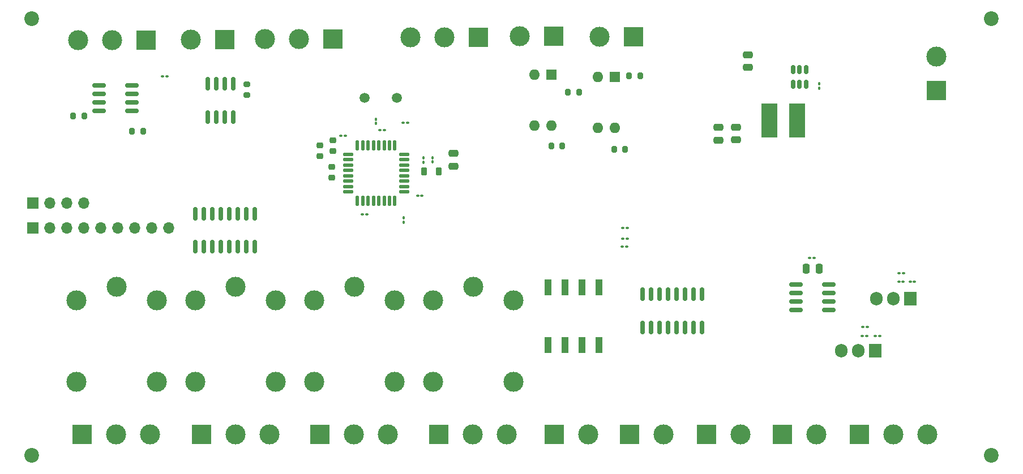
<source format=gbr>
%TF.GenerationSoftware,KiCad,Pcbnew,(6.0.6)*%
%TF.CreationDate,2022-07-22T23:00:37-04:00*%
%TF.ProjectId,Proyecto,50726f79-6563-4746-9f2e-6b696361645f,rev?*%
%TF.SameCoordinates,Original*%
%TF.FileFunction,Soldermask,Top*%
%TF.FilePolarity,Negative*%
%FSLAX46Y46*%
G04 Gerber Fmt 4.6, Leading zero omitted, Abs format (unit mm)*
G04 Created by KiCad (PCBNEW (6.0.6)) date 2022-07-22 23:00:37*
%MOMM*%
%LPD*%
G01*
G04 APERTURE LIST*
G04 Aperture macros list*
%AMRoundRect*
0 Rectangle with rounded corners*
0 $1 Rounding radius*
0 $2 $3 $4 $5 $6 $7 $8 $9 X,Y pos of 4 corners*
0 Add a 4 corners polygon primitive as box body*
4,1,4,$2,$3,$4,$5,$6,$7,$8,$9,$2,$3,0*
0 Add four circle primitives for the rounded corners*
1,1,$1+$1,$2,$3*
1,1,$1+$1,$4,$5*
1,1,$1+$1,$6,$7*
1,1,$1+$1,$8,$9*
0 Add four rect primitives between the rounded corners*
20,1,$1+$1,$2,$3,$4,$5,0*
20,1,$1+$1,$4,$5,$6,$7,0*
20,1,$1+$1,$6,$7,$8,$9,0*
20,1,$1+$1,$8,$9,$2,$3,0*%
G04 Aperture macros list end*
%ADD10R,3.000000X3.000000*%
%ADD11C,3.000000*%
%ADD12R,1.905000X2.000000*%
%ADD13O,1.905000X2.000000*%
%ADD14RoundRect,0.100000X0.130000X0.100000X-0.130000X0.100000X-0.130000X-0.100000X0.130000X-0.100000X0*%
%ADD15R,1.700000X1.700000*%
%ADD16O,1.700000X1.700000*%
%ADD17RoundRect,0.150000X0.825000X0.150000X-0.825000X0.150000X-0.825000X-0.150000X0.825000X-0.150000X0*%
%ADD18RoundRect,0.150000X-0.150000X0.825000X-0.150000X-0.825000X0.150000X-0.825000X0.150000X0.825000X0*%
%ADD19R,1.120000X2.440000*%
%ADD20RoundRect,0.100000X-0.130000X-0.100000X0.130000X-0.100000X0.130000X0.100000X-0.130000X0.100000X0*%
%ADD21RoundRect,0.225000X0.250000X-0.225000X0.250000X0.225000X-0.250000X0.225000X-0.250000X-0.225000X0*%
%ADD22RoundRect,0.150000X-0.150000X0.512500X-0.150000X-0.512500X0.150000X-0.512500X0.150000X0.512500X0*%
%ADD23RoundRect,0.100000X-0.100000X0.130000X-0.100000X-0.130000X0.100000X-0.130000X0.100000X0.130000X0*%
%ADD24C,2.200000*%
%ADD25RoundRect,0.200000X-0.200000X-0.275000X0.200000X-0.275000X0.200000X0.275000X-0.200000X0.275000X0*%
%ADD26RoundRect,0.218750X0.218750X0.381250X-0.218750X0.381250X-0.218750X-0.381250X0.218750X-0.381250X0*%
%ADD27R,2.350000X5.100000*%
%ADD28RoundRect,0.250000X-0.475000X0.250000X-0.475000X-0.250000X0.475000X-0.250000X0.475000X0.250000X0*%
%ADD29RoundRect,0.200000X0.200000X0.275000X-0.200000X0.275000X-0.200000X-0.275000X0.200000X-0.275000X0*%
%ADD30RoundRect,0.125000X-0.625000X-0.125000X0.625000X-0.125000X0.625000X0.125000X-0.625000X0.125000X0*%
%ADD31RoundRect,0.125000X-0.125000X-0.625000X0.125000X-0.625000X0.125000X0.625000X-0.125000X0.625000X0*%
%ADD32C,1.500000*%
%ADD33RoundRect,0.100000X0.100000X-0.130000X0.100000X0.130000X-0.100000X0.130000X-0.100000X-0.130000X0*%
%ADD34RoundRect,0.250000X0.475000X-0.250000X0.475000X0.250000X-0.475000X0.250000X-0.475000X-0.250000X0*%
%ADD35R,1.600000X1.600000*%
%ADD36O,1.600000X1.600000*%
%ADD37RoundRect,0.200000X-0.275000X0.200000X-0.275000X-0.200000X0.275000X-0.200000X0.275000X0.200000X0*%
%ADD38RoundRect,0.225000X-0.250000X0.225000X-0.250000X-0.225000X0.250000X-0.225000X0.250000X0.225000X0*%
%ADD39RoundRect,0.250000X-0.250000X-0.475000X0.250000X-0.475000X0.250000X0.475000X-0.250000X0.475000X0*%
%ADD40RoundRect,0.150000X-0.825000X-0.150000X0.825000X-0.150000X0.825000X0.150000X-0.825000X0.150000X0*%
G04 APERTURE END LIST*
D10*
%TO.C,J3*%
X201776382Y-110475000D03*
D11*
X206856382Y-110475000D03*
X211936382Y-110475000D03*
%TD*%
D12*
%TO.C,Q1*%
X204156382Y-97950000D03*
D13*
X201616382Y-97950000D03*
X199076382Y-97950000D03*
%TD*%
D10*
%TO.C,J4*%
X138876382Y-110425000D03*
D11*
X143956382Y-110425000D03*
X149036382Y-110425000D03*
%TD*%
D14*
%TO.C,R11*%
X124926382Y-65750000D03*
X124286382Y-65750000D03*
%TD*%
D15*
%TO.C,J13*%
X78206382Y-75825000D03*
D16*
X80746382Y-75825000D03*
X83286382Y-75825000D03*
X85826382Y-75825000D03*
%TD*%
D17*
%TO.C,U7*%
X93006382Y-62030000D03*
X93006382Y-60760000D03*
X93006382Y-59490000D03*
X93006382Y-58220000D03*
X88056382Y-58220000D03*
X88056382Y-59490000D03*
X88056382Y-60760000D03*
X88056382Y-62030000D03*
%TD*%
D18*
%TO.C,U1*%
X111401382Y-77400000D03*
X110131382Y-77400000D03*
X108861382Y-77400000D03*
X107591382Y-77400000D03*
X106321382Y-77400000D03*
X105051382Y-77400000D03*
X103781382Y-77400000D03*
X102511382Y-77400000D03*
X102511382Y-82350000D03*
X103781382Y-82350000D03*
X105051382Y-82350000D03*
X106321382Y-82350000D03*
X107591382Y-82350000D03*
X108861382Y-82350000D03*
X110131382Y-82350000D03*
X111401382Y-82350000D03*
%TD*%
D19*
%TO.C,SW1*%
X155271382Y-97060000D03*
X157811382Y-97060000D03*
X160351382Y-97060000D03*
X162891382Y-97060000D03*
X162891382Y-88450000D03*
X160351382Y-88450000D03*
X157811382Y-88450000D03*
X155271382Y-88450000D03*
%TD*%
D20*
%TO.C,R16*%
X202336382Y-94325000D03*
X202976382Y-94325000D03*
%TD*%
D10*
%TO.C,J5*%
X123081382Y-51250000D03*
D11*
X118001382Y-51250000D03*
X112921382Y-51250000D03*
%TD*%
D21*
%TO.C,C6*%
X121081382Y-68750000D03*
X121081382Y-67200000D03*
%TD*%
D20*
%TO.C,R14*%
X207711382Y-87550000D03*
X208351382Y-87550000D03*
%TD*%
D14*
%TO.C,R12*%
X167051382Y-81150000D03*
X166411382Y-81150000D03*
%TD*%
%TO.C,R10*%
X128126382Y-77500000D03*
X127486382Y-77500000D03*
%TD*%
D22*
%TO.C,U3*%
X193816382Y-55787500D03*
X192866382Y-55787500D03*
X191916382Y-55787500D03*
X191916382Y-58062500D03*
X192866382Y-58062500D03*
X193816382Y-58062500D03*
%TD*%
D10*
%TO.C,J15*%
X156166382Y-110425000D03*
D11*
X161246382Y-110425000D03*
%TD*%
D10*
%TO.C,J2*%
X85551382Y-110475000D03*
D11*
X90631382Y-110475000D03*
X95711382Y-110475000D03*
%TD*%
D10*
%TO.C,J9*%
X95156382Y-51425000D03*
D11*
X90076382Y-51425000D03*
X84996382Y-51425000D03*
%TD*%
D23*
%TO.C,C15*%
X133631382Y-78030000D03*
X133631382Y-78670000D03*
%TD*%
D24*
%TO.C,HOLE3*%
X221531382Y-113575000D03*
%TD*%
D25*
%TO.C,R6*%
X158206382Y-59225000D03*
X159856382Y-59225000D03*
%TD*%
D26*
%TO.C,L2*%
X138858882Y-71085000D03*
X136733882Y-71085000D03*
%TD*%
D14*
%TO.C,C8*%
X134201382Y-63800000D03*
X133561382Y-63800000D03*
%TD*%
D10*
%TO.C,J7*%
X103401382Y-110425000D03*
D11*
X108481382Y-110425000D03*
X113561382Y-110425000D03*
%TD*%
D12*
%TO.C,Q2*%
X209446382Y-90105000D03*
D13*
X206906382Y-90105000D03*
X204366382Y-90105000D03*
%TD*%
D11*
%TO.C,K2*%
X144061382Y-88380000D03*
X150061382Y-102580000D03*
X138061382Y-102580000D03*
X138061382Y-90380000D03*
X150061382Y-90380000D03*
%TD*%
D27*
%TO.C,L1*%
X192491382Y-63410000D03*
X188341382Y-63410000D03*
%TD*%
D11*
%TO.C,K3*%
X126281382Y-88380000D03*
X132281382Y-102580000D03*
X120281382Y-102580000D03*
X120281382Y-90380000D03*
X132281382Y-90380000D03*
%TD*%
D10*
%TO.C,J16*%
X168046382Y-50900000D03*
D11*
X162966382Y-50900000D03*
%TD*%
%TO.C,K4*%
X108501382Y-88380000D03*
X114501382Y-102580000D03*
X102501382Y-102580000D03*
X102501382Y-90380000D03*
X114501382Y-90380000D03*
%TD*%
D24*
%TO.C,HOLE3*%
X78021382Y-113575000D03*
%TD*%
%TO.C,HOLE3*%
X221531382Y-48170000D03*
%TD*%
D10*
%TO.C,J17*%
X156056382Y-50850000D03*
D11*
X150976382Y-50850000D03*
%TD*%
D20*
%TO.C,R8*%
X130086382Y-64850000D03*
X130726382Y-64850000D03*
%TD*%
D28*
%TO.C,C5*%
X180756382Y-64475000D03*
X180756382Y-66375000D03*
%TD*%
%TO.C,C4*%
X183356382Y-64465000D03*
X183356382Y-66365000D03*
%TD*%
D10*
%TO.C,J14*%
X167466382Y-110475000D03*
D11*
X172546382Y-110475000D03*
%TD*%
D18*
%TO.C,U6*%
X108161382Y-57950000D03*
X106891382Y-57950000D03*
X105621382Y-57950000D03*
X104351382Y-57950000D03*
X104351382Y-62900000D03*
X105621382Y-62900000D03*
X106891382Y-62900000D03*
X108161382Y-62900000D03*
%TD*%
D23*
%TO.C,C10*%
X137996382Y-69015000D03*
X137996382Y-69655000D03*
%TD*%
D29*
%TO.C,R4*%
X157356382Y-67250000D03*
X155706382Y-67250000D03*
%TD*%
D24*
%TO.C,HOLE3*%
X78021382Y-48170000D03*
%TD*%
D10*
%TO.C,J11*%
X190291382Y-110425000D03*
D11*
X195371382Y-110425000D03*
%TD*%
D23*
%TO.C,C11*%
X136596382Y-69040000D03*
X136596382Y-69680000D03*
%TD*%
D30*
%TO.C,IC1*%
X125356382Y-68525000D03*
X125356382Y-69325000D03*
X125356382Y-70125000D03*
X125356382Y-70925000D03*
X125356382Y-71725000D03*
X125356382Y-72525000D03*
X125356382Y-73325000D03*
X125356382Y-74125000D03*
D31*
X126731382Y-75500000D03*
X127531382Y-75500000D03*
X128331382Y-75500000D03*
X129131382Y-75500000D03*
X129931382Y-75500000D03*
X130731382Y-75500000D03*
X131531382Y-75500000D03*
X132331382Y-75500000D03*
D30*
X133706382Y-74125000D03*
X133706382Y-73325000D03*
X133706382Y-72525000D03*
X133706382Y-71725000D03*
X133706382Y-70925000D03*
X133706382Y-70125000D03*
X133706382Y-69325000D03*
X133706382Y-68525000D03*
D31*
X132331382Y-67150000D03*
X131531382Y-67150000D03*
X130731382Y-67150000D03*
X129931382Y-67150000D03*
X129131382Y-67150000D03*
X128331382Y-67150000D03*
X127531382Y-67150000D03*
X126731382Y-67150000D03*
%TD*%
D14*
%TO.C,R20*%
X98251382Y-56825000D03*
X97611382Y-56825000D03*
%TD*%
D15*
%TO.C,J1*%
X78206382Y-79500000D03*
D16*
X80746382Y-79500000D03*
X83286382Y-79500000D03*
X85826382Y-79500000D03*
X88366382Y-79500000D03*
X90906382Y-79500000D03*
X93446382Y-79500000D03*
X95986382Y-79500000D03*
X98526382Y-79500000D03*
%TD*%
D20*
%TO.C,C13*%
X194386382Y-84000000D03*
X195026382Y-84000000D03*
%TD*%
D32*
%TO.C,Y1*%
X127781382Y-60100000D03*
X132661382Y-60100000D03*
%TD*%
D14*
%TO.C,R13*%
X167001382Y-82300000D03*
X166361382Y-82300000D03*
%TD*%
D11*
%TO.C,K1*%
X90721382Y-88380000D03*
X96721382Y-102580000D03*
X84721382Y-102580000D03*
X84721382Y-90380000D03*
X96721382Y-90380000D03*
%TD*%
D33*
%TO.C,C3*%
X195750382Y-58614000D03*
X195750382Y-57974000D03*
%TD*%
D34*
%TO.C,RV2*%
X141071382Y-70285000D03*
X141071382Y-68385000D03*
%TD*%
D18*
%TO.C,U8*%
X178301382Y-89450000D03*
X177031382Y-89450000D03*
X175761382Y-89450000D03*
X174491382Y-89450000D03*
X173221382Y-89450000D03*
X171951382Y-89450000D03*
X170681382Y-89450000D03*
X169411382Y-89450000D03*
X169411382Y-94400000D03*
X170681382Y-94400000D03*
X171951382Y-94400000D03*
X173221382Y-94400000D03*
X174491382Y-94400000D03*
X175761382Y-94400000D03*
X177031382Y-94400000D03*
X178301382Y-94400000D03*
%TD*%
D20*
%TO.C,R18*%
X209381382Y-87550000D03*
X210021382Y-87550000D03*
%TD*%
D35*
%TO.C,U4*%
X165231382Y-56925000D03*
D36*
X162691382Y-56925000D03*
X162691382Y-64545000D03*
X165231382Y-64545000D03*
%TD*%
D37*
%TO.C,R1*%
X110206382Y-58000000D03*
X110206382Y-59650000D03*
%TD*%
D10*
%TO.C,J18*%
X106856382Y-51350000D03*
D11*
X101776382Y-51350000D03*
%TD*%
D29*
%TO.C,R3*%
X166756382Y-67800000D03*
X165106382Y-67800000D03*
%TD*%
D28*
%TO.C,C1*%
X185082382Y-53631000D03*
X185082382Y-55531000D03*
%TD*%
D10*
%TO.C,J8*%
X213276382Y-58965000D03*
D11*
X213276382Y-53885000D03*
%TD*%
D38*
%TO.C,C7*%
X122906382Y-70425000D03*
X122906382Y-71975000D03*
%TD*%
D10*
%TO.C,J10*%
X144831382Y-50975000D03*
D11*
X139751382Y-50975000D03*
X134671382Y-50975000D03*
%TD*%
D25*
%TO.C,R5*%
X167356382Y-56775000D03*
X169006382Y-56775000D03*
%TD*%
D20*
%TO.C,R19*%
X204211382Y-95725000D03*
X204851382Y-95725000D03*
%TD*%
D25*
%TO.C,R2*%
X84231382Y-62800000D03*
X85881382Y-62800000D03*
%TD*%
D23*
%TO.C,C9*%
X129456382Y-63255000D03*
X129456382Y-63895000D03*
%TD*%
D14*
%TO.C,R9*%
X167076382Y-79575000D03*
X166436382Y-79575000D03*
%TD*%
D39*
%TO.C,C12*%
X193881382Y-85600000D03*
X195781382Y-85600000D03*
%TD*%
D20*
%TO.C,R15*%
X207731382Y-86275000D03*
X208371382Y-86275000D03*
%TD*%
D25*
%TO.C,R7*%
X93031382Y-65025000D03*
X94681382Y-65025000D03*
%TD*%
D10*
%TO.C,J6*%
X121101382Y-110475000D03*
D11*
X126181382Y-110475000D03*
X131261382Y-110475000D03*
%TD*%
D35*
%TO.C,U5*%
X155706382Y-56600000D03*
D36*
X153166382Y-56600000D03*
X153166382Y-64220000D03*
X155706382Y-64220000D03*
%TD*%
D21*
%TO.C,C2*%
X123031382Y-68000000D03*
X123031382Y-66450000D03*
%TD*%
D20*
%TO.C,R17*%
X202261382Y-95725000D03*
X202901382Y-95725000D03*
%TD*%
D10*
%TO.C,J12*%
X178941382Y-110475000D03*
D11*
X184021382Y-110475000D03*
%TD*%
D40*
%TO.C,U2*%
X192281382Y-87970000D03*
X192281382Y-89240000D03*
X192281382Y-90510000D03*
X192281382Y-91780000D03*
X197231382Y-91780000D03*
X197231382Y-90510000D03*
X197231382Y-89240000D03*
X197231382Y-87970000D03*
%TD*%
D20*
%TO.C,C14*%
X135736382Y-74725000D03*
X136376382Y-74725000D03*
%TD*%
M02*

</source>
